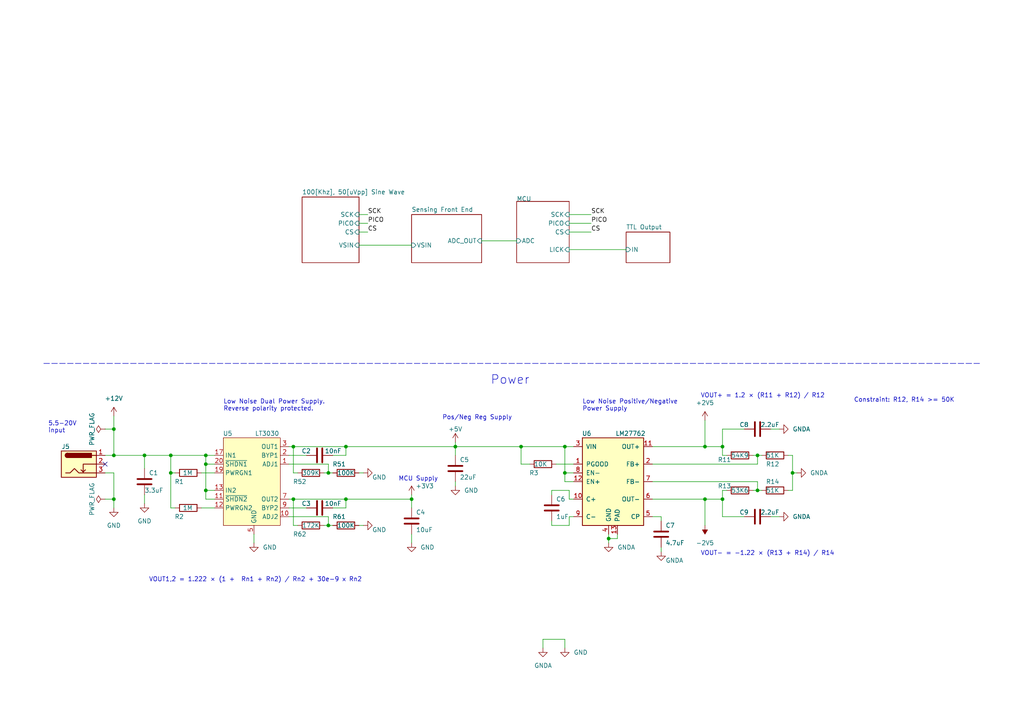
<source format=kicad_sch>
(kicad_sch (version 20211123) (generator eeschema)
  (paper "A4")
  (lib_symbols
    (symbol "Connector:Barrel_Jack_Switch_Pin3Ring" (pin_names hide)
      (property "Reference" "J" (at 0 5.334 0))
      (property "Value" "Barrel_Jack_Switch_Pin3Ring" (at 0 -5.08 0))
      (symbol "Barrel_Jack_Switch_Pin3Ring_0_1"
        (rectangle (start -5.08 3.81) (end 5.08 -3.81) (stroke (width 0.254)) (fill (type background)))
        (arc (start -3.302 3.175) (mid -3.937 2.54) (end -3.302 1.905) (stroke (width 0.254)))
        (arc (start -3.302 3.175) (mid -3.937 2.54) (end -3.302 1.905) (stroke (width 0.254)) (fill (type outline)))
        (polyline (pts (xy 1.27 -2.286) (xy 1.905 -1.651)) (stroke (width 0.254)))
        (polyline (pts (xy 5.08 2.54) (xy 3.81 2.54)) (stroke (width 0.254)))
        (polyline (pts (xy 5.08 0) (xy 1.27 0) (xy 1.27 -2.286) (xy 0.635 -1.651)) (stroke (width 0.254)))
        (polyline (pts (xy -3.81 -2.54) (xy -2.54 -2.54) (xy -1.27 -1.27) (xy 0 -2.54) (xy 2.54 -2.54) (xy 5.08 -2.54)) (stroke (width 0.254)))
        (rectangle (start 3.683 3.175) (end -3.302 1.905) (stroke (width 0.254)) (fill (type outline)))
      )
      (symbol "Barrel_Jack_Switch_Pin3Ring_1_1"
        (pin passive line (at 7.62 2.54 180) (length 2.54) (name "~") (number "1"))
        (pin passive line (at 7.62 0 180) (length 2.54) (name "~") (number "2"))
        (pin passive line (at 7.62 -2.54 180) (length 2.54) (name "~") (number "3"))
      )
    )
    (symbol "Device:C" (pin_numbers hide) (pin_names (offset 0.254))
      (property "Reference" "C" (at 0.635 2.54 0))
      (property "Value" "C" (at 0.635 -2.54 0))
      (symbol "C_0_1"
        (polyline (pts (xy -2.032 -0.762) (xy 2.032 -0.762)) (stroke (width 0.508)))
        (polyline (pts (xy -2.032 0.762) (xy 2.032 0.762)) (stroke (width 0.508)))
      )
      (symbol "C_1_1"
        (pin passive line (at 0 3.81 270) (length 2.794) (name "~") (number "1"))
        (pin passive line (at 0 -3.81 90) (length 2.794) (name "~") (number "2"))
      )
    )
    (symbol "Device:R" (pin_numbers hide) (pin_names (offset 0))
      (property "Reference" "R" (at 2.032 0 90))
      (property "Value" "R" (at 0 0 90))
      (symbol "R_0_1"
        (rectangle (start -1.016 -2.54) (end 1.016 2.54) (stroke (width 0.254)))
      )
      (symbol "R_1_1"
        (pin passive line (at 0 3.81 270) (length 1.27) (name "~") (number "1"))
        (pin passive line (at 0 -3.81 90) (length 1.27) (name "~") (number "2"))
      )
    )
    (symbol "Regulator_SwitchedCapacitor:LM27762" (pin_names (offset 1.016))
      (property "Reference" "U" (at -6.604 8.89 0))
      (property "Value" "LM27762" (at 6.096 8.89 0))
      (symbol "LM27762_0_1"
        (rectangle (start -7.62 7.62) (end 10.16 -17.78) (stroke (width 0.254)) (fill (type background)))
      )
      (symbol "LM27762_1_1"
        (pin open_collector line (at -10.16 0 0) (length 2.54) (name "PGOOD") (number "1"))
        (pin passive line (at -10.16 -10.16 0) (length 2.54) (name "C+") (number "10"))
        (pin power_out line (at 12.7 5.08 180) (length 2.54) (name "OUT+") (number "11"))
        (pin input line (at -10.16 -5.08 0) (length 2.54) (name "EN+") (number "12"))
        (pin power_in line (at 2.54 -20.32 90) (length 2.54) (name "PAD") (number "13"))
        (pin input line (at 12.7 0 180) (length 2.54) (name "FB+") (number "2"))
        (pin power_in line (at -10.16 5.08 0) (length 2.54) (name "VIN") (number "3"))
        (pin power_in line (at 0 -20.32 90) (length 2.54) (name "GND") (number "4"))
        (pin passive line (at 12.7 -15.24 180) (length 2.54) (name "CP") (number "5"))
        (pin power_out line (at 12.7 -10.16 180) (length 2.54) (name "OUT-") (number "6"))
        (pin input line (at 12.7 -5.08 180) (length 2.54) (name "FB-") (number "7"))
        (pin input line (at -10.16 -2.54 0) (length 2.54) (name "EN-") (number "8"))
        (pin passive line (at -10.16 -15.24 0) (length 2.54) (name "C-") (number "9"))
      )
    )
    (symbol "machine_agency_components:LT3030"
      (property "Reference" "U" (at -7.62 13.97 0))
      (property "Value" "LT3030" (at 3.81 13.97 0))
      (symbol "LT3030_0_1"
        (rectangle (start -8.89 -12.7) (end 7.62 12.7) (fill (type background)))
      )
      (symbol "LT3030_1_1"
        (pin input line (at 10.16 5.08 180) (length 2.54) (name "ADJ1") (number "1"))
        (pin input line (at 10.16 -10.16 180) (length 2.54) (name "ADJ2") (number "10"))
        (pin input line (at -11.43 -5.08 0) (length 2.54) (name "~{SHDN2}") (number "11"))
        (pin input line (at -11.43 -7.62 0) (length 2.54) (name "PWRGN2") (number "12"))
        (pin power_in line (at -11.43 -2.54 0) (length 2.54) (name "IN2") (number "13"))
        (pin power_in line (at -11.43 -2.54 0) (length 2.54) hide (name "IN2") (number "14"))
        (pin power_in line (at 0 -15.24 90) (length 2.54) hide (name "GND") (number "15"))
        (pin power_in line (at 0 -15.24 90) (length 2.54) hide (name "GND") (number "16"))
        (pin power_in line (at -11.43 7.62 0) (length 2.54) (name "IN1") (number "17"))
        (pin power_in line (at -11.43 7.62 0) (length 2.54) hide (name "IN1") (number "18"))
        (pin input line (at -11.43 2.54 0) (length 2.54) (name "PWRGN1") (number "19"))
        (pin input line (at 10.16 7.62 180) (length 2.54) (name "BYP1") (number "2"))
        (pin input line (at -11.43 5.08 0) (length 2.54) (name "~{SHDN1}") (number "20"))
        (pin power_in line (at 0 -15.24 90) (length 2.54) hide (name "GND") (number "21"))
        (pin power_out line (at 10.16 10.16 180) (length 2.54) (name "OUT1") (number "3"))
        (pin power_out line (at 10.16 10.16 180) (length 2.54) hide (name "OUT1") (number "4"))
        (pin power_in line (at 0 -15.24 90) (length 2.54) (name "GND") (number "5"))
        (pin power_in line (at 0 -15.24 90) (length 2.54) hide (name "GND") (number "6"))
        (pin power_out line (at 10.16 -5.08 180) (length 2.54) (name "OUT2") (number "7"))
        (pin power_out line (at 10.16 -5.08 180) (length 2.54) hide (name "OUT2") (number "8"))
        (pin input line (at 10.16 -7.62 180) (length 2.54) (name "BYP2") (number "9"))
      )
    )
    (symbol "power:+12V" (power) (pin_names (offset 0))
      (property "Value" "+12V" (at 0 3.556 0))
      (symbol "+12V_0_1"
        (polyline (pts (xy -0.762 1.27) (xy 0 2.54)))
        (polyline (pts (xy 0 0) (xy 0 2.54)))
        (polyline (pts (xy 0 2.54) (xy 0.762 1.27)))
      )
      (symbol "+12V_1_1"
        (pin power_in line (at 0 0 90) (length 0) hide (name "+12V") (number "1"))
      )
    )
    (symbol "power:+2V5" (power) (pin_names (offset 0))
      (property "Value" "+2V5" (at 0 3.556 0))
      (symbol "+2V5_0_1"
        (polyline (pts (xy -0.762 1.27) (xy 0 2.54)))
        (polyline (pts (xy 0 0) (xy 0 2.54)))
        (polyline (pts (xy 0 2.54) (xy 0.762 1.27)))
      )
      (symbol "+2V5_1_1"
        (pin power_in line (at 0 0 90) (length 0) hide (name "+2V5") (number "1"))
      )
    )
    (symbol "power:+3.3V" (power) (pin_names (offset 0))
      (property "Value" "+3.3V" (at 0 3.556 0))
      (symbol "+3.3V_0_1"
        (polyline (pts (xy -0.762 1.27) (xy 0 2.54)))
        (polyline (pts (xy 0 0) (xy 0 2.54)))
        (polyline (pts (xy 0 2.54) (xy 0.762 1.27)))
      )
      (symbol "+3.3V_1_1"
        (pin power_in line (at 0 0 90) (length 0) hide (name "+3V3") (number "1"))
      )
    )
    (symbol "power:+5V" (power) (pin_names (offset 0))
      (property "Value" "+5V" (at 0 3.556 0))
      (symbol "+5V_0_1"
        (polyline (pts (xy -0.762 1.27) (xy 0 2.54)))
        (polyline (pts (xy 0 0) (xy 0 2.54)))
        (polyline (pts (xy 0 2.54) (xy 0.762 1.27)))
      )
      (symbol "+5V_1_1"
        (pin power_in line (at 0 0 90) (length 0) hide (name "+5V") (number "1"))
      )
    )
    (symbol "power:-2V5" (power) (pin_names (offset 0))
      (property "Value" "-2V5" (at 0 3.81 0))
      (symbol "-2V5_0_0"
        (pin power_in line (at 0 0 90) (length 0) hide (name "-2V5") (number "1"))
      )
      (symbol "-2V5_0_1"
        (polyline (pts (xy 0 0) (xy 0 1.27) (xy 0.762 1.27) (xy 0 2.54) (xy -0.762 1.27) (xy 0 1.27)) (fill (type outline)))
      )
    )
    (symbol "power:GND" (power) (pin_names (offset 0))
      (property "Value" "GND" (at 0 -3.81 0))
      (symbol "GND_0_1"
        (polyline (pts (xy 0 0) (xy 0 -1.27) (xy 1.27 -1.27) (xy 0 -2.54) (xy -1.27 -1.27) (xy 0 -1.27)))
      )
      (symbol "GND_1_1"
        (pin power_in line (at 0 0 270) (length 0) hide (name "GND") (number "1"))
      )
    )
    (symbol "power:GNDA" (power) (pin_names (offset 0))
      (property "Value" "GNDA" (at 0 -3.81 0))
      (symbol "GNDA_0_1"
        (polyline (pts (xy 0 0) (xy 0 -1.27) (xy 1.27 -1.27) (xy 0 -2.54) (xy -1.27 -1.27) (xy 0 -1.27)))
      )
      (symbol "GNDA_1_1"
        (pin power_in line (at 0 0 270) (length 0) hide (name "GNDA") (number "1"))
      )
    )
    (symbol "power:PWR_FLAG" (power) (pin_numbers hide) (pin_names (offset 0) hide)
      (property "Value" "PWR_FLAG" (at 0 3.81 0))
      (symbol "PWR_FLAG_0_0"
        (pin power_out line (at 0 0 90) (length 0) (name "pwr") (number "1"))
      )
      (symbol "PWR_FLAG_0_1"
        (polyline (pts (xy 0 0) (xy 0 1.27) (xy -1.016 1.905) (xy 0 2.54) (xy 1.016 1.905) (xy 0 1.27)))
      )
    )
  )
  (junction (at 49.53 132.08))
  (junction (at 33.02 144.78))
  (junction (at 59.69 134.62))
  (junction (at 176.53 156.21))
  (junction (at 219.71 142.24))
  (junction (at 163.83 129.54))
  (junction (at 132.08 129.54))
  (junction (at 33.02 132.08))
  (junction (at 95.25 152.4))
  (junction (at 41.91 132.08))
  (junction (at 95.25 137.16))
  (junction (at 119.38 144.78))
  (junction (at 85.09 129.54))
  (junction (at 209.55 129.54))
  (junction (at 151.13 129.54))
  (junction (at 59.69 132.08))
  (junction (at 100.33 144.78))
  (junction (at 59.69 142.24))
  (junction (at 85.09 144.78))
  (junction (at 204.47 129.54))
  (junction (at 33.02 124.46))
  (junction (at 229.87 137.16))
  (junction (at 219.71 132.08))
  (junction (at 163.83 137.16))
  (junction (at 100.33 129.54))
  (junction (at 209.55 144.78))
  (junction (at 49.53 137.16))
  (junction (at 204.47 144.78))
  (no_connect (at 30.48 134.62))
  (wire (pts (xy 33.02 124.46) (xy 33.02 132.08)))
  (wire (pts (xy 30.48 124.46) (xy 33.02 124.46)))
  (wire (pts (xy 151.13 129.54) (xy 163.83 129.54)))
  (wire (pts (xy 73.66 154.94) (xy 73.66 157.48)))
  (wire (pts (xy 218.44 142.24) (xy 219.71 142.24)))
  (wire (pts (xy 209.55 132.08) (xy 210.82 132.08)))
  (wire (pts (xy 191.77 149.86) (xy 191.77 151.13)))
  (wire (pts (xy 62.23 144.78) (xy 59.69 144.78)))
  (wire (pts (xy 160.02 143.51) (xy 160.02 142.24)))
  (wire (pts (xy 160.02 142.24) (xy 165.1 142.24)))
  (wire (pts (xy 161.29 134.62) (xy 166.37 134.62)))
  (wire (pts (xy 219.71 132.08) (xy 218.44 132.08)))
  (wire (pts (xy 49.53 137.16) (xy 50.8 137.16)))
  (wire (pts (xy 204.47 144.78) (xy 204.47 152.4)))
  (wire (pts (xy 95.25 152.4) (xy 96.52 152.4)))
  (wire (pts (xy 163.83 137.16) (xy 166.37 137.16)))
  (wire (pts (xy 83.82 129.54) (xy 85.09 129.54)))
  (wire (pts (xy 49.53 137.16) (xy 49.53 147.32)))
  (wire (pts (xy 163.83 129.54) (xy 166.37 129.54)))
  (wire (pts (xy 30.48 144.78) (xy 33.02 144.78)))
  (wire (pts (xy 229.87 137.16) (xy 231.14 137.16)))
  (wire (pts (xy 165.1 144.78) (xy 166.37 144.78)))
  (wire (pts (xy 171.45 67.31) (xy 165.1 67.31)))
  (wire (pts (xy 132.08 128.27) (xy 132.08 129.54)))
  (wire (pts (xy 226.06 124.46) (xy 223.52 124.46)))
  (wire (pts (xy 209.55 142.24) (xy 209.55 144.78)))
  (wire (pts (xy 176.53 156.21) (xy 176.53 157.48)))
  (wire (pts (xy 119.38 143.51) (xy 119.38 144.78)))
  (wire (pts (xy 165.1 72.39) (xy 181.61 72.39)))
  (wire (pts (xy 189.23 129.54) (xy 204.47 129.54)))
  (wire (pts (xy 151.13 134.62) (xy 151.13 129.54)))
  (wire (pts (xy 33.02 137.16) (xy 30.48 137.16)))
  (wire (pts (xy 93.98 137.16) (xy 95.25 137.16)))
  (wire (pts (xy 165.1 64.77) (xy 171.45 64.77)))
  (wire (pts (xy 41.91 132.08) (xy 41.91 135.89)))
  (wire (pts (xy 33.02 132.08) (xy 41.91 132.08)))
  (wire (pts (xy 62.23 142.24) (xy 59.69 142.24)))
  (wire (pts (xy 41.91 132.08) (xy 49.53 132.08)))
  (wire (pts (xy 209.55 142.24) (xy 210.82 142.24)))
  (wire (pts (xy 58.42 147.32) (xy 62.23 147.32)))
  (wire (pts (xy 104.14 67.31) (xy 106.68 67.31)))
  (wire (pts (xy 83.82 147.32) (xy 88.9 147.32)))
  (wire (pts (xy 204.47 129.54) (xy 209.55 129.54)))
  (wire (pts (xy 163.83 187.96) (xy 163.83 185.42)))
  (wire (pts (xy 59.69 144.78) (xy 59.69 142.24)))
  (wire (pts (xy 132.08 129.54) (xy 132.08 132.08)))
  (wire (pts (xy 33.02 120.65) (xy 33.02 124.46)))
  (wire (pts (xy 229.87 142.24) (xy 228.6 142.24)))
  (wire (pts (xy 229.87 132.08) (xy 229.87 137.16)))
  (wire (pts (xy 59.69 134.62) (xy 59.69 142.24)))
  (wire (pts (xy 163.83 137.16) (xy 163.83 129.54)))
  (wire (pts (xy 189.23 149.86) (xy 191.77 149.86)))
  (wire (pts (xy 189.23 134.62) (xy 219.71 134.62)))
  (wire (pts (xy 132.08 129.54) (xy 151.13 129.54)))
  (wire (pts (xy 95.25 134.62) (xy 95.25 137.16)))
  (wire (pts (xy 83.82 149.86) (xy 95.25 149.86)))
  (wire (pts (xy 163.83 139.7) (xy 163.83 137.16)))
  (wire (pts (xy 179.07 156.21) (xy 176.53 156.21)))
  (wire (pts (xy 119.38 154.94) (xy 119.38 157.48)))
  (wire (pts (xy 95.25 137.16) (xy 96.52 137.16)))
  (wire (pts (xy 166.37 149.86) (xy 165.1 149.86)))
  (wire (pts (xy 30.48 132.08) (xy 33.02 132.08)))
  (wire (pts (xy 204.47 144.78) (xy 209.55 144.78)))
  (wire (pts (xy 58.42 137.16) (xy 62.23 137.16)))
  (wire (pts (xy 100.33 129.54) (xy 132.08 129.54)))
  (wire (pts (xy 191.77 158.75) (xy 191.77 160.02)))
  (wire (pts (xy 219.71 142.24) (xy 219.71 139.7)))
  (wire (pts (xy 93.98 152.4) (xy 95.25 152.4)))
  (wire (pts (xy 86.36 137.16) (xy 85.09 137.16)))
  (wire (pts (xy 165.1 149.86) (xy 165.1 152.4)))
  (wire (pts (xy 209.55 124.46) (xy 209.55 129.54)))
  (wire (pts (xy 157.48 185.42) (xy 157.48 187.96)))
  (wire (pts (xy 219.71 132.08) (xy 220.98 132.08)))
  (wire (pts (xy 189.23 139.7) (xy 219.71 139.7)))
  (wire (pts (xy 153.67 134.62) (xy 151.13 134.62)))
  (wire (pts (xy 165.1 152.4) (xy 160.02 152.4)))
  (polyline (pts (xy 12.7 105.41) (xy 284.48 105.41)))
  (wire (pts (xy 209.55 129.54) (xy 209.55 132.08)))
  (wire (pts (xy 176.53 154.94) (xy 176.53 156.21)))
  (wire (pts (xy 104.14 64.77) (xy 106.68 64.77)))
  (wire (pts (xy 209.55 149.86) (xy 209.55 144.78)))
  (wire (pts (xy 166.37 139.7) (xy 163.83 139.7)))
  (wire (pts (xy 83.82 134.62) (xy 95.25 134.62)))
  (wire (pts (xy 95.25 149.86) (xy 95.25 152.4)))
  (wire (pts (xy 219.71 142.24) (xy 220.98 142.24)))
  (wire (pts (xy 85.09 137.16) (xy 85.09 129.54)))
  (wire (pts (xy 33.02 147.32) (xy 33.02 144.78)))
  (wire (pts (xy 229.87 137.16) (xy 229.87 142.24)))
  (wire (pts (xy 100.33 147.32) (xy 100.33 144.78)))
  (wire (pts (xy 50.8 147.32) (xy 49.53 147.32)))
  (wire (pts (xy 85.09 129.54) (xy 100.33 129.54)))
  (wire (pts (xy 223.52 149.86) (xy 226.06 149.86)))
  (wire (pts (xy 160.02 152.4) (xy 160.02 151.13)))
  (wire (pts (xy 59.69 134.62) (xy 62.23 134.62)))
  (wire (pts (xy 139.7 69.85) (xy 149.86 69.85)))
  (wire (pts (xy 85.09 144.78) (xy 100.33 144.78)))
  (wire (pts (xy 88.9 132.08) (xy 83.82 132.08)))
  (wire (pts (xy 204.47 121.92) (xy 204.47 129.54)))
  (wire (pts (xy 96.52 147.32) (xy 100.33 147.32)))
  (wire (pts (xy 104.14 62.23) (xy 106.68 62.23)))
  (wire (pts (xy 59.69 132.08) (xy 59.69 134.62)))
  (wire (pts (xy 59.69 132.08) (xy 62.23 132.08)))
  (wire (pts (xy 215.9 124.46) (xy 209.55 124.46)))
  (wire (pts (xy 163.83 185.42) (xy 157.48 185.42)))
  (wire (pts (xy 132.08 139.7) (xy 132.08 140.97)))
  (wire (pts (xy 219.71 134.62) (xy 219.71 132.08)))
  (wire (pts (xy 100.33 132.08) (xy 100.33 129.54)))
  (wire (pts (xy 104.14 152.4) (xy 105.41 152.4)))
  (wire (pts (xy 104.14 71.12) (xy 119.38 71.12)))
  (wire (pts (xy 215.9 149.86) (xy 209.55 149.86)))
  (wire (pts (xy 165.1 62.23) (xy 171.45 62.23)))
  (wire (pts (xy 104.14 137.16) (xy 105.41 137.16)))
  (wire (pts (xy 49.53 132.08) (xy 49.53 137.16)))
  (wire (pts (xy 33.02 144.78) (xy 33.02 137.16)))
  (wire (pts (xy 179.07 154.94) (xy 179.07 156.21)))
  (wire (pts (xy 83.82 144.78) (xy 85.09 144.78)))
  (wire (pts (xy 229.87 132.08) (xy 228.6 132.08)))
  (wire (pts (xy 119.38 144.78) (xy 100.33 144.78)))
  (wire (pts (xy 49.53 132.08) (xy 59.69 132.08)))
  (wire (pts (xy 86.36 152.4) (xy 85.09 152.4)))
  (wire (pts (xy 96.52 132.08) (xy 100.33 132.08)))
  (wire (pts (xy 189.23 144.78) (xy 204.47 144.78)))
  (wire (pts (xy 119.38 144.78) (xy 119.38 147.32)))
  (wire (pts (xy 165.1 142.24) (xy 165.1 144.78)))
  (wire (pts (xy 41.91 143.51) (xy 41.91 146.05)))
  (wire (pts (xy 85.09 152.4) (xy 85.09 144.78)))
  (text "Low Noise Dual Power Supply.\nReverse polarity protected." (at 64.77 119.38 0) (effects (font (size 1.27 1.27)) (justify left bottom)))
  (text "MCU Supply" (at 115.57 139.7 0) (effects (font (size 1.27 1.27)) (justify left bottom)))
  (text "Constraint: R12, R14 >= 50K" (at 247.65 116.84 0) (effects (font (size 1.27 1.27)) (justify left bottom)))
  (text "5.5-20V \ninput" (at 13.97 125.73 0) (effects (font (size 1.27 1.27)) (justify left bottom)))
  (text "Low Noise Positive/Negative \nPower Supply" (at 168.91 119.38 0) (effects (font (size 1.27 1.27)) (justify left bottom)))
  (text "VOUT1,2 = 1.222 × (1 +  Rn1 + Rn2) / Rn2 + 30e-9 x Rn2" (at 43.18 168.91 0) (effects (font (size 1.27 1.27)) (justify left bottom)))
  (text "Power" (at 142.24 111.76 0) (effects (font (size 2.54 2.54)) (justify left bottom)))
  (text "Pos/Neg Reg Supply" (at 128.27 121.92 0) (effects (font (size 1.27 1.27)) (justify left bottom)))
  (text "VOUT- = -1.22 × (R13 + R14) / R14" (at 203.2 161.29 0) (effects (font (size 1.27 1.27)) (justify left bottom)))
  (text "VOUT+ = 1.2 × (R11 + R12) / R12" (at 203.2 115.57 0) (effects (font (size 1.27 1.27)) (justify left bottom)))
  (label "SCK" (at 106.68 62.23 0))
  (label "SCK" (at 171.45 62.23 0))
  (label "CS" (at 171.45 67.31 0))
  (label "PICO" (at 106.68 64.77 0))
  (label "PICO" (at 171.45 64.77 0))
  (label "CS" (at 106.68 67.31 0))
  (symbol (lib_id "power:GNDA") (at 226.06 149.86 90) (unit 1)
    (property "Reference" "#PWR0118" (effects hide))
    (property "Value" "GNDA" (at 229.87 149.86 90) (effects (justify right)))
  )
  (symbol (lib_id "power:GND") (at 119.38 157.48 0) (unit 1)
    (property "Reference" "#PWR0114" (effects hide))
    (property "Value" "GND" (at 121.92 158.7499 0) (effects (justify left)))
  )
  (symbol (lib_id "Device:R") (at 214.63 132.08 90) (unit 1)
    (property "Reference" "R11" (at 212.09 133.35 90) (effects (justify left)))
    (property "Value" "54K9" (at 217.17 132.08 90) (effects (justify left)))
    (property "Footprint" "Resistor_SMD:R_0603_1608Metric_Pad0.98x0.95mm_HandSolder" (effects hide))
    (property "Datasheet" "https://www.yageo.com/upload/media/product/productsearch/datasheet/rchip/PYu-RC_Group_51_RoHS_L_12.pdf" (effects hide))
    (property "Link" "https://www.digikey.com/en/products/detail/yageo/RC0603FR-0754K9L/727298" (effects hide))
    (property "Manufacturer" "Yageo" (effects hide))
    (property "Manufacturer Number" "RC0603FR-0754K9L" (effects hide))
    (property "Tolerance" "1%" (effects hide))
  )
  (symbol (lib_id "Device:C") (at 160.02 147.32 0) (unit 1)
    (property "Reference" "C6" (at 161.29 144.78 0) (effects (justify left)))
    (property "Value" "1uF" (at 161.29 149.86 0) (effects (justify left)))
    (property "Footprint" "Capacitor_SMD:C_0603_1608Metric_Pad1.08x0.95mm_HandSolder" (effects hide))
    (property "Datasheet" "https://media.digikey.com/pdf/Data%20Sheets/Samsung%20PDFs/CL10B105KA8NNNC_spec.pdf" (effects hide))
    (property "Notes" "must not be polarized" (effects hide))
    (property "Link" "https://www.digikey.com/en/products/detail/samsung-electro-mechanics/CL10B105KA8NNNC/3886842" (effects hide))
    (property "Manufacturer Number" "CL10B105KA8NNNC" (effects hide))
    (property "Manufacturer" "Samsung Electro-Mechanics" (effects hide))
    (property "Rated Voltage" "25V" (effects hide))
    (property "Temperature Coefficient" "X7R" (effects hide))
  )
  (symbol (lib_id "Device:C") (at 41.91 139.7 0) (unit 1)
    (property "Reference" "C1" (at 43.18 137.16 0) (effects (justify left)))
    (property "Value" "3.3uF" (at 41.91 142.24 0) (effects (justify left)))
    (property "Footprint" "Capacitor_SMD:C_0805_2012Metric_Pad1.18x1.45mm_HandSolder" (effects hide))
    (property "Datasheet" "https://product.tdk.com/system/files/dam/doc/product/capacitor/ceramic/mlcc/catalog/mlcc_automotive_general_en.pdf" (effects hide))
    (property "Link" "https://www.digikey.com/en/products/detail/tdk-corporation/CGA4J1X7R1E335K125AC/2672859" (effects hide))
    (property "Manufacturer" "TDK Corporation" (effects hide))
    (property "Manufacturer Number" "CGA4J1X7R1E335K125AC" (effects hide))
    (property "Rated Voltage" "25V" (effects hide))
    (property "Temperature Coefficient" "X7R" (effects hide))
    (property "Tolerance" "10%" (effects hide))
  )
  (symbol (lib_id "power:GNDA") (at 157.48 187.96 0) (unit 1)
    (property "Reference" "#PWR0125" (effects hide))
    (property "Value" "GNDA" (at 154.94 193.04 0) (effects (justify left)))
  )
  (symbol (lib_id "power:GND") (at 132.08 140.97 0) (unit 1)
    (property "Reference" "#PWR0103" (effects hide))
    (property "Value" "GND" (at 134.62 142.2399 0) (effects (justify left)))
  )
  (symbol (lib_id "Device:R") (at 224.79 132.08 90) (unit 1)
    (property "Reference" "R12" (at 226.06 134.62 90) (effects (justify left)))
    (property "Value" "51K" (at 226.06 132.08 90) (effects (justify left)))
    (property "Footprint" "Resistor_SMD:R_0603_1608Metric_Pad0.98x0.95mm_HandSolder" (effects hide))
    (property "Datasheet" "https://api.pim.na.industrial.panasonic.com/file_stream/main/fileversion/4484" (effects hide))
    (property "Link" "https://www.digikey.com/en/products/detail/panasonic-electronic-components/ERJ-UP3F5102V/12139404" (effects hide))
    (property "Manufacturer" "Panasonic Electronic Components" (effects hide))
    (property "Manufacturer Number" "ERJ-UP3F5102V" (effects hide))
    (property "Tolerance" "1%" (effects hide))
  )
  (symbol (lib_id "power:GND") (at 163.83 187.96 0) (unit 1)
    (property "Reference" "#PWR0126" (effects hide))
    (property "Value" "GND" (at 166.37 189.2299 0) (effects (justify left)))
  )
  (symbol (lib_id "Device:R") (at 100.33 152.4 90) (unit 1)
    (property "Reference" "R61" (at 100.33 149.86 90) (effects (justify left)))
    (property "Value" "100K" (at 102.87 152.4 90) (effects (justify left)))
    (property "Footprint" "Capacitor_SMD:C_0603_1608Metric_Pad1.08x0.95mm_HandSolder" (effects hide))
    (property "Datasheet" "https://www.te.com/usa-en/product-4-2176326-9.datasheet.pdf" (effects hide))
    (property "Link" "https://www.digikey.com/en/products/detail/te-connectivity-passive-product/CRGP0603F100K/8577042" (effects hide))
    (property "Manufacturer" "TE Connectivity Passive Product" (effects hide))
    (property "Manufacturer Number" "CRGP0603F100K" (effects hide))
  )
  (symbol (lib_id "power:GND") (at 105.41 152.4 90) (unit 1)
    (property "Reference" "#PWR0115" (effects hide))
    (property "Value" "GND" (at 107.95 153.67 90) (effects (justify right)))
  )
  (symbol (lib_id "Regulator_SwitchedCapacitor:LM27762") (at 176.53 134.62 0) (unit 1)
    (property "Reference" "U6" (at 170.18 125.73 0))
    (property "Value" "LM27762" (at 182.88 125.73 0))
    (property "Footprint" "Package_SON:WSON-12-1EP_3x2mm_P0.5mm_EP1x2.65_ThermalVias" (effects hide))
    (property "Datasheet" "http://www.ti.com/lit/ds/symlink/lm27762.pdf" (effects hide))
  )
  (symbol (lib_id "power:PWR_FLAG") (at 30.48 144.78 90) (unit 1)
    (property "Reference" "#FLG0102" (effects hide))
    (property "Value" "PWR_FLAG" (at 26.67 144.78 0))
  )
  (symbol (lib_id "power:-2V5") (at 204.47 152.4 180) (unit 1)
    (property "Reference" "#PWR0102" (effects hide))
    (property "Value" "-2V5" (at 204.47 157.48 0))
  )
  (symbol (lib_id "Device:R") (at 90.17 137.16 90) (unit 1)
    (property "Reference" "R52" (at 88.9 139.7 90) (effects (justify left)))
    (property "Value" "309K" (at 92.71 137.16 90) (effects (justify left)))
    (property "Footprint" "Resistor_SMD:R_0603_1608Metric_Pad0.98x0.95mm_HandSolder" (effects hide))
    (property "Datasheet" "https://www.yageo.com/upload/media/product/productsearch/datasheet/rchip/PYu-RC_Group_51_RoHS_L_12.pdf" (effects hide))
    (property "Link" "https://www.digikey.com/en/products/detail/yageo/RC0603FR-07309KL/727149" (effects hide))
    (property "Manufacturer" "Yageo" (effects hide))
    (property "Manufacturer Number" "RC0603FR-07309KL" (effects hide))
    (property "Tolerance" "1%" (effects hide))
  )
  (symbol (lib_id "Connector:Barrel_Jack_Switch_Pin3Ring") (at 22.86 134.62 0) (unit 1)
    (property "Reference" "J5" (at 19.05 129.54 0))
    (property "Value" "Barrel_Jack_Switch_Pin3Ring" (effects hide))
  )
  (symbol (lib_id "Device:R") (at 157.48 134.62 90) (unit 1)
    (property "Reference" "R3" (at 156.21 137.16 90) (effects (justify left)))
    (property "Value" "10K" (at 158.75 134.62 90) (effects (justify left)))
    (property "Footprint" "Resistor_SMD:R_0402_1005Metric_Pad0.72x0.64mm_HandSolder" (effects hide))
    (property "Datasheet" "https://www.koaspeer.com/pdfs/SG73P.pdf" (effects hide))
    (property "Link" "https://www.digikey.com/en/products/detail/koa-speer-electronics-inc/SG73P1EWTTP1002F/14316756" (effects hide))
    (property "Manufacturer" "KOA Speer Electronics, Inc." (effects hide))
    (property "Manufacturer Number" "SG73P1EWTTP1002F" (effects hide))
  )
  (symbol (lib_id "power:+12V") (at 33.02 120.65 0) (unit 1)
    (property "Reference" "#PWR0110" (effects hide))
    (property "Value" "+12V" (at 33.02 115.57 0))
  )
  (symbol (lib_id "Device:C") (at 132.08 135.89 0) (unit 1)
    (property "Reference" "C5" (at 133.35 133.35 0) (effects (justify left)))
    (property "Value" "22uF" (at 133.35 138.43 0) (effects (justify left)))
    (property "Footprint" "Capacitor_SMD:C_0805_2012Metric_Pad1.18x1.45mm_HandSolder" (effects hide))
    (property "Datasheet" "https://media.digikey.com/pdf/Data%20Sheets/Samsung%20PDFs/CL31A226KAHNNNE_Spec.pdf" (effects hide))
    (property "Link" "https://www.digikey.com/en/products/detail/samsung-electro-mechanics/CL31A226KAHNNNE/3888705" (effects hide))
    (property "Manufacturer Number" "CL31A226KAHNNNE" (effects hide))
    (property "Temperature Coefficient" "X5R" (effects hide))
    (property "Rated Voltage" "25V" (effects hide))
  )
  (symbol (lib_id "power:+3.3V") (at 119.38 143.51 0) (unit 1)
    (property "Reference" "#PWR0104" (effects hide))
    (property "Value" "+3.3V" (at 123.19 140.97 0))
  )
  (symbol (lib_id "Device:C") (at 219.71 149.86 90) (unit 1)
    (property "Reference" "C9" (at 217.17 148.59 90) (effects (justify left)))
    (property "Value" "2.2uF" (at 226.06 148.59 90) (effects (justify left)))
    (property "Footprint" "Capacitor_SMD:C_0603_1608Metric_Pad1.08x0.95mm_HandSolder" (effects hide))
    (property "Datasheet" "https://search.murata.co.jp/Ceramy/image/img/A01X/G101/ENG/GRM188Z71E225KE43-01A.pdf" (effects hide))
    (property "Link" "https://www.digikey.com/en/products/detail/murata-electronics/GRM188Z71E225KE43D/16602147" (effects hide))
    (property "Manufacturer" "Murata Electronics" (effects hide))
    (property "Manufacturer Number" "GRM188Z71E225KE43D" (effects hide))
    (property "Rated Voltage" "25V" (effects hide))
    (property "Temperature Coefficient" "X7R" (effects hide))
  )
  (symbol (lib_id "machine_agency_components:LT3030") (at 73.66 139.7 0) (unit 1)
    (property "Reference" "U5" (at 66.04 125.73 0))
    (property "Value" "LT3030" (at 77.47 125.73 0))
    (property "Footprint" "Package_SO:TSSOP-20_4.4x6.5mm_P0.65mm" (effects hide))
    (property "Datasheet" "https://www.analog.com/media/en/technical-documentation/data-sheets/3030fa.pdf" (effects hide))
  )
  (symbol (lib_id "power:+5V") (at 132.08 128.27 0) (unit 1)
    (property "Reference" "#PWR0105" (effects hide))
    (property "Value" "+5V" (at 132.08 124.46 0))
  )
  (symbol (lib_id "Device:R") (at 54.61 147.32 90) (unit 1)
    (property "Reference" "R2" (at 53.34 149.86 90) (effects (justify left)))
    (property "Value" "1M" (at 55.88 147.32 90) (effects (justify left)))
    (property "Footprint" "Resistor_SMD:R_0603_1608Metric_Pad0.98x0.95mm_HandSolder" (effects hide))
    (property "Datasheet" "https://www.te.com/usa-en/product-6-2176326-1.datasheet.pdf" (effects hide))
    (property "Link" "https://www.digikey.com/en/products/detail/te-connectivity-passive-product/CRGP0603F1M0/8577054" (effects hide))
    (property "Manufacturer" "TE Connectivity Passive Product" (effects hide))
    (property "Manufacturer Number" "CRGP0603F1M0" (effects hide))
    (property "Tolerance" "1%" (effects hide))
  )
  (symbol (lib_id "power:+2V5") (at 204.47 121.92 0) (unit 1)
    (property "Reference" "#PWR0106" (effects hide))
    (property "Value" "+2V5" (at 204.47 116.84 0))
  )
  (symbol (lib_id "Device:C") (at 119.38 151.13 0) (unit 1)
    (property "Reference" "C4" (at 120.65 148.59 0) (effects (justify left)))
    (property "Value" "10uF" (at 120.65 153.67 0) (effects (justify left)))
    (property "Footprint" "Capacitor_SMD:C_0805_2012Metric" (effects hide))
    (property "Datasheet" "https://search.murata.co.jp/Ceramy/image/img/A01X/G101/ENG/GRM21BZ71E106KE15-01.pdf" (effects hide))
    (property "Link" "https://www.digikey.com/en/products/detail/murata-electronics/GRM21BZ71E106KE15L/13904911" (effects hide))
    (property "Manufacturer Number" "GRM21BZ71E106KE15L" (effects hide))
    (property "Rated Voltage" "25V" (effects hide))
    (property "Temperature Coefficient" "X7R" (effects hide))
    (property "Manufacturer" "Murata Electronics" (effects hide))
  )
  (symbol (lib_id "Device:C") (at 191.77 154.94 0) (unit 1)
    (property "Reference" "C7" (at 193.04 152.4 0) (effects (justify left)))
    (property "Value" "4.7uF" (at 193.04 157.48 0) (effects (justify left)))
    (property "Footprint" "Capacitor_SMD:C_0805_2012Metric_Pad1.18x1.45mm_HandSolder" (effects hide))
    (property "Link" "https://www.digikey.com/en/products/detail/murata-electronics/GRM21BZ71H475KE15K/13904908" (effects hide))
    (property "Manufacturer" "Murata Electronics" (effects hide))
    (property "Manufacturer Number" "GRM21BZ71H475KE15K" (effects hide))
    (property "Rated Voltage" "50V" (effects hide))
    (property "Temperature Coefficient" "X7R" (effects hide))
    (property "Tolerance" "10%" (effects hide))
  )
  (symbol (lib_id "Device:R") (at 224.79 142.24 90) (unit 1)
    (property "Reference" "R14" (at 226.06 139.7 90) (effects (justify left)))
    (property "Value" "51K" (at 226.06 142.24 90) (effects (justify left)))
    (property "Footprint" "Resistor_SMD:R_0603_1608Metric_Pad0.98x0.95mm_HandSolder" (effects hide))
    (property "Datasheet" "https://api.pim.na.industrial.panasonic.com/file_stream/main/fileversion/4484" (effects hide))
    (property "Link" "https://www.digikey.com/en/products/detail/panasonic-electronic-components/ERJ-UP3F5102V/12139404" (effects hide))
    (property "Manufacturer" "Panasonic Electronic Components" (effects hide))
    (property "Manufacturer Number" "ERJ-UP3F5102V" (effects hide))
    (property "Tolerance" "1%" (effects hide))
  )
  (symbol (lib_id "Device:C") (at 92.71 132.08 90) (unit 1)
    (property "Reference" "C2" (at 90.17 130.81 90) (effects (justify left)))
    (property "Value" "10nF" (at 99.06 130.81 90) (effects (justify left)))
    (property "Footprint" "Capacitor_SMD:C_0603_1608Metric_Pad1.08x0.95mm_HandSolder" (effects hide))
    (property "Datasheet" "https://connect.kemet.com:7667/gateway/IntelliData-ComponentDocumentation/1.0/download/datasheet/C0603X103J5RECAUTO" (effects hide))
    (property "Link" "https://www.digikey.com/en/products/detail/kemet/C0603X103J5RECAUTO/6825931" (effects hide))
    (property "Manufacturer" "Kemet" (effects hide))
    (property "Manufacturer Number" "C0603X103J5RECAUTO" (effects hide))
    (property "Rated Voltage" "50V" (effects hide))
    (property "Temperature Coefficient" "X7R" (effects hide))
    (property "Tolerance" "5%" (effects hide))
  )
  (symbol (lib_id "power:GND") (at 73.66 157.48 0) (unit 1)
    (property "Reference" "#PWR0101" (effects hide))
    (property "Value" "GND" (at 76.2 158.7499 0) (effects (justify left)))
  )
  (symbol (lib_id "power:GND") (at 33.02 147.32 0) (unit 1)
    (property "Reference" "#PWR0108" (effects hide))
    (property "Value" "GND" (at 33.02 152.4 0))
  )
  (symbol (lib_id "power:GNDA") (at 176.53 157.48 0) (unit 1)
    (property "Reference" "#PWR0124" (effects hide))
    (property "Value" "GNDA" (at 179.07 158.7499 0) (effects (justify left)))
  )
  (symbol (lib_id "Device:C") (at 219.71 124.46 90) (unit 1)
    (property "Reference" "C8" (at 217.17 123.19 90) (effects (justify left)))
    (property "Value" "2.2uF" (at 226.06 123.19 90) (effects (justify left)))
    (property "Footprint" "Capacitor_SMD:C_0603_1608Metric_Pad1.08x0.95mm_HandSolder" (effects hide))
    (property "Datasheet" "https://search.murata.co.jp/Ceramy/image/img/A01X/G101/ENG/GRM188Z71E225KE43-01A.pdf" (effects hide))
    (property "Link" "https://www.digikey.com/en/products/detail/murata-electronics/GRM188Z71E225KE43D/16602147" (effects hide))
    (property "Manufacturer" "Murata Electronics" (effects hide))
    (property "Manufacturer Number" "GRM188Z71E225KE43D" (effects hide))
    (property "Rated Voltage" "25V" (effects hide))
    (property "Temperature Coefficient" "X7R" (effects hide))
  )
  (symbol (lib_id "power:PWR_FLAG") (at 30.48 124.46 90) (unit 1)
    (property "Reference" "#FLG0103" (effects hide))
    (property "Value" "PWR_FLAG" (at 26.67 124.46 0))
  )
  (symbol (lib_id "power:GNDA") (at 191.77 160.02 0) (unit 1)
    (property "Reference" "#PWR0127" (effects hide))
    (property "Value" "GNDA" (at 193.04 162.56 0) (effects (justify left)))
  )
  (symbol (lib_id "power:GND") (at 105.41 137.16 90) (unit 1)
    (property "Reference" "#PWR0113" (effects hide))
    (property "Value" "GND" (at 107.95 138.43 90) (effects (justify right)))
  )
  (symbol (lib_id "Device:C") (at 92.71 147.32 90) (unit 1)
    (property "Reference" "C3" (at 90.17 146.05 90) (effects (justify left)))
    (property "Value" "10nF" (at 99.06 146.05 90) (effects (justify left)))
    (property "Footprint" "Capacitor_SMD:C_0603_1608Metric_Pad1.08x0.95mm_HandSolder" (effects hide))
    (property "Datasheet" "https://connect.kemet.com:7667/gateway/IntelliData-ComponentDocumentation/1.0/download/datasheet/C0603X103J5RECAUTO" (effects hide))
    (property "Link" "https://www.digikey.com/en/products/detail/kemet/C0603X103J5RECAUTO/6825931" (effects hide))
    (property "Manufacturer" "Kemet" (effects hide))
    (property "Manufacturer Number" "C0603X103J5RECAUTO" (effects hide))
    (property "Rated Voltage" "50V" (effects hide))
    (property "Temperature Coefficient" "X7R" (effects hide))
    (property "Tolerance" "5%" (effects hide))
  )
  (symbol (lib_id "power:GNDA") (at 226.06 124.46 90) (unit 1)
    (property "Reference" "#PWR0119" (effects hide))
    (property "Value" "GNDA" (at 229.87 124.46 90) (effects (justify right)))
  )
  (symbol (lib_id "power:GND") (at 41.91 146.05 0) (unit 1)
    (property "Reference" "#PWR0109" (effects hide))
    (property "Value" "GND" (at 41.91 151.13 0))
  )
  (symbol (lib_id "power:GNDA") (at 231.14 137.16 90) (unit 1)
    (property "Reference" "#PWR0128" (effects hide))
    (property "Value" "GNDA" (at 234.95 137.16 90) (effects (justify right)))
  )
  (symbol (lib_id "Device:R") (at 90.17 152.4 90) (unit 1)
    (property "Reference" "R62" (at 88.9 154.94 90) (effects (justify left)))
    (property "Value" "172K" (at 92.71 152.4 90) (effects (justify left)))
    (property "Footprint" "Resistor_SMD:R_0603_1608Metric_Pad0.98x0.95mm_HandSolder" (effects hide))
    (property "Datasheet" "https://www.seielect.com/Catalog/SEI-RNCF.pdf" (effects hide))
    (property "Link" "https://www.digikey.com/en/products/detail/stackpole-electronics-inc/RNCF0603BKE172K/2027040" (effects hide))
    (property "Manufacturer" "Stackpole Electronics Inc." (effects hide))
    (property "Manufacturer Number" "RNCF0603BKE172K" (effects hide))
    (property "Tolerance" "0.1%" (effects hide))
  )
  (symbol (lib_id "Device:R") (at 54.61 137.16 90) (unit 1)
    (property "Reference" "R1" (at 53.34 139.7 90) (effects (justify left)))
    (property "Value" "1M" (at 55.88 137.16 90) (effects (justify left)))
    (property "Footprint" "Resistor_SMD:R_0603_1608Metric_Pad0.98x0.95mm_HandSolder" (effects hide))
    (property "Datasheet" "https://www.te.com/usa-en/product-6-2176326-1.datasheet.pdf" (effects hide))
    (property "Link" "https://www.digikey.com/en/products/detail/te-connectivity-passive-product/CRGP0603F1M0/8577054" (effects hide))
    (property "Manufacturer" "TE Connectivity Passive Product" (effects hide))
    (property "Manufacturer Number" "CRGP0603F1M0" (effects hide))
    (property "Tolerance" "1%" (effects hide))
  )
  (symbol (lib_id "Device:R") (at 214.63 142.24 90) (unit 1)
    (property "Reference" "R13" (at 212.09 140.97 90) (effects (justify left)))
    (property "Value" "53K6" (at 217.17 142.24 90) (effects (justify left)))
    (property "Footprint" "Resistor_SMD:R_0603_1608Metric_Pad0.98x0.95mm_HandSolder" (effects hide))
    (property "Datasheet" "https://www.yageo.com/upload/media/product/productsearch/datasheet/rchip/PYu-RC_Group_51_RoHS_L_12.pdf" (effects hide))
    (property "Link" "https://www.digikey.com/en/products/detail/yageo/RC0603FR-0753K6L/727294" (effects hide))
    (property "Manufacturer" "Yageo" (effects hide))
    (property "Manufacturer Number" "RC0603FR-0753K6L" (effects hide))
    (property "Tolerance" "1%" (effects hide))
  )
  (symbol (lib_id "Device:R") (at 100.33 137.16 90) (unit 1)
    (property "Reference" "R51" (at 100.33 134.62 90) (effects (justify left)))
    (property "Value" "100K" (at 102.87 137.16 90) (effects (justify left)))
    (property "Footprint" "Capacitor_SMD:C_0603_1608Metric_Pad1.08x0.95mm_HandSolder" (effects hide))
    (property "Datasheet" "https://www.te.com/usa-en/product-4-2176326-9.datasheet.pdf" (effects hide))
    (property "Link" "https://www.digikey.com/en/products/detail/te-connectivity-passive-product/CRGP0603F100K/8577042" (effects hide))
    (property "Manufacturer" "TE Connectivity Passive Product" (effects hide))
    (property "Manufacturer Number" "CRGP0603F100K" (effects hide))
  )
  (sheet (at 149.86 58.42) (size 15.24 17.78) (stroke (width 0.1524))
    (property "Sheet name" "MCU" (at 149.86 58.42 0) (effects (justify left bottom)))
    (property "Sheet file" "rp2040.kicad_sch" (effects hide))
    (pin "SCK" input (at 165.1 62.23 0))
    (pin "PICO" input (at 165.1 64.77 0))
    (pin "CS" input (at 165.1 67.31 0))
    (pin "ADC" input (at 149.86 69.85 180))
    (pin "LICK" input (at 165.1 72.39 0))
  )
  (sheet (at 119.38 62.23) (size 20.32 13.97) (stroke (width 0.1524))
    (property "Sheet name" "Sensing Front End" (at 119.38 61.5184 0) (effects (justify left bottom)))
    (property "Sheet file" "sensing_front_end.kicad_sch" (effects hide))
    (pin "VSIN" input (at 119.38 71.12 180))
    (pin "ADC_OUT" input (at 139.7 69.85 0))
  )
  (sheet (at 181.61 67.31) (size 12.7 8.89) (stroke (width 0.1524))
    (property "Sheet name" "TTL Output" (at 181.61 66.5984 0) (effects (justify left bottom)))
    (property "Sheet file" "ttl_output.kicad_sch" (effects hide))
    (pin "IN" input (at 181.61 72.39 180))
  )
  (sheet (at 87.63 57.15) (size 16.51 19.05) (stroke (width 0.1524))
    (property "Sheet name" "100[Khz], 50[uVpp] Sine Wave" (at 87.63 56.4384 0) (effects (justify left bottom)))
    (property "Sheet file" "sine_wave_source.kicad_sch" (effects hide))
    (pin "VSIN" input (at 104.14 71.12 0))
    (pin "SCK" input (at 104.14 62.23 0))
    (pin "PICO" input (at 104.14 64.77 0))
    (pin "CS" input (at 104.14 67.31 0))
  )
)
</source>
